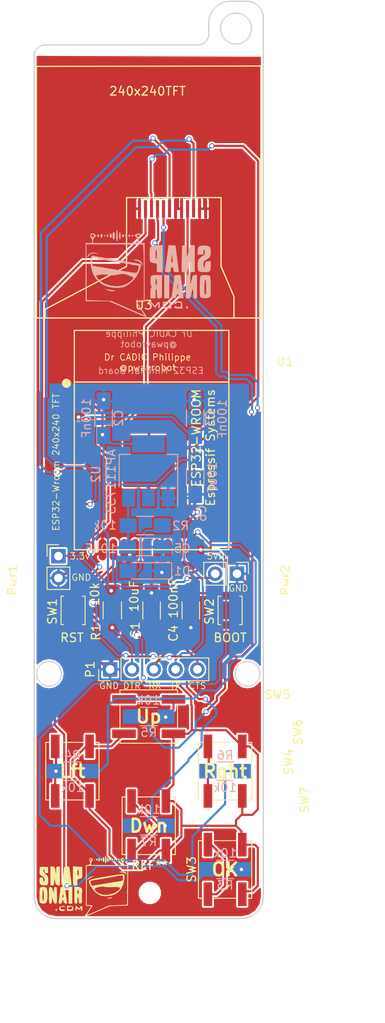
<source format=kicad_pcb>
(kicad_pcb (version 4) (host pcbnew 4.0.4-stable)
  (layers (0 F.Cu signal) (31 B.Cu signal) (34 B.Paste user) (35 F.Paste user) (36 B.SilkS user) (37 F.SilkS user) (38 B.Mask user) (39 F.Mask user) (44 Edge.Cuts user))
  (net 0 "")
  (net 1 +3V3)
  (net 2 GND)
  (net 3 "Net-(C3-Pad1)")
  (net 4 "Net-(C4-Pad1)")
  (net 5 +5V)
  (net 6 "Net-(D1-Pad2)")
  (net 7 /MOSI)
  (net 8 /CLK)
  (net 9 /SPI_SS)
  (net 10 /LEDA)
  (net 11 /RESETDISP)
  (net 12 /DCDISP)
  (net 13 /Touch2)
  (net 14 /Touch3)
  (net 15 /Touch1)
  (net 16 /Touch4)
  (net 17 /Touch5)
  (net 18 /TX)
  (net 19 /RX)
  (net 20 "Net-(R3-Pad2)")
  (net 21 "Net-(R4-Pad2)")
  (net 22 "Net-(R5-Pad2)")
  (net 23 "Net-(R6-Pad2)")
  (net 24 "Net-(R7-Pad2)")
  (module Capacitors_SMD:C_1206_HandSoldering (layer F.Cu) (at 103.8352 111.4806 90)
    (fp_text reference C1 (at -2.286 -1.905 90) (layer F.SilkS))
    (fp_text value 10uF (at 1.651 -2.032 90) (layer F.SilkS))
    (pad 1 smd rect (at -2 0 90) (size 2 1.6) (layers F.Cu F.Paste F.Mask) (net 1 +3V3))
    (pad 2 smd rect (at 2 0 90) (size 2 1.6) (layers F.Cu F.Paste F.Mask) (net 2 GND))
  )
  (module Capacitors_SMD:C_1206_HandSoldering (layer B.Cu) (at 98.2472 89.1286 90)
    (fp_text reference C2 (at 0 1.75 90) (layer B.SilkS) (effects (justify mirror)))
    (fp_text value 100nF (at 0 -2 90) (layer B.SilkS) (effects (justify mirror)))
    (pad 1 smd rect (at -2 0 90) (size 2 1.6) (layers B.Cu B.Paste B.Mask) (net 1 +3V3))
    (pad 2 smd rect (at 2 0 90) (size 2 1.6) (layers B.Cu B.Paste B.Mask) (net 2 GND))
  )
  (module Capacitors_SMD:C_1206_HandSoldering (layer B.Cu) (at 108.9152 89.1286 90)
    (fp_text reference C3 (at 0 1.75 90) (layer B.SilkS) (effects (justify mirror)))
    (fp_text value 100nF (at -0.127 3.1496 90) (layer B.SilkS) (effects (justify mirror)))
    (pad 1 smd rect (at -2 0 90) (size 2 1.6) (layers B.Cu B.Paste B.Mask) (net 3 "Net-(C3-Pad1)"))
    (pad 2 smd rect (at 2 0 90) (size 2 1.6) (layers B.Cu B.Paste B.Mask) (net 2 GND))
  )
  (module Capacitors_SMD:C_1206_HandSoldering (layer F.Cu) (at 108.4072 111.4806 270)
    (fp_text reference C4 (at 2.667 2.032 270) (layer F.SilkS))
    (fp_text value 100nF (at -1.397 2.032 270) (layer F.SilkS))
    (pad 1 smd rect (at -2 0 270) (size 2 1.6) (layers F.Cu F.Paste F.Mask) (net 4 "Net-(C4-Pad1)"))
    (pad 2 smd rect (at 2 0 270) (size 2 1.6) (layers F.Cu F.Paste F.Mask) (net 2 GND))
  )
  (module Socket_Strips:Socket_Strip_Straight_1x05_Pitch2.54mm (layer F.Cu) (at 99.0092 118.3386 90)
    (fp_text reference P1 (at 0 -2.33 90) (layer F.SilkS))
    (fp_text value ProgHeader)
    (pad 1 thru_hole rect (at 0 0 90) (size 1.7 1.7) (drill 1) (layers *.Cu *.Mask) (net 2 GND))
    (pad 2 thru_hole oval (at 0 2.54 90) (size 1.7 1.7) (drill 1) (layers *.Cu *.Mask) (net 3 "Net-(C3-Pad1)"))
    (pad 3 thru_hole oval (at 0 5.08 90) (size 1.7 1.7) (drill 1) (layers *.Cu *.Mask) (net 18 /TX))
    (pad 4 thru_hole oval (at 0 7.62 90) (size 1.7 1.7) (drill 1) (layers *.Cu *.Mask) (net 19 /RX))
    (pad 5 thru_hole oval (at 0 10.16 90) (size 1.7 1.7) (drill 1) (layers *.Cu *.Mask) (net 4 "Net-(C4-Pad1)"))
  )
  (module Resistors_SMD:R_1206_HandSoldering (layer F.Cu) (at 99.2632 111.4806 270)
    (fp_text reference R1 (at 2.54 1.905 270) (layer F.SilkS))
    (fp_text value 10k (at -1.905 2.032 270) (layer F.SilkS))
    (pad 1 smd rect (at -2 0 270) (size 2 1.7) (layers F.Cu F.Paste F.Mask) (net 1 +3V3))
    (pad 2 smd rect (at 2 0 270) (size 2 1.7) (layers F.Cu F.Paste F.Mask) (net 3 "Net-(C3-Pad1)"))
  )
  (module Buttons_Switches_SMD:SW_SPST_B3U-1000P (layer F.Cu) (at 94.6912 111.4806 90)
    (fp_text reference SW1 (at -0.127 -2.413 90) (layer F.SilkS))
    (fp_text value RST (at -3.175 -0.127 180) (layer F.SilkS))
    (pad 1 smd rect (at -1.7 0 90) (size 0.9 1.7) (layers F.Cu F.Paste F.Mask) (net 2 GND))
    (pad 2 smd rect (at 1.7 0 90) (size 0.9 1.7) (layers F.Cu F.Paste F.Mask) (net 3 "Net-(C3-Pad1)"))
  )
  (module Buttons_Switches_SMD:SW_SPST_B3U-1000P (layer F.Cu) (at 112.9792 111.4806 90)
    (fp_text reference SW2 (at -0.127 -2.413 90) (layer F.SilkS))
    (fp_text value BOOT (at -3.175 0 180) (layer F.SilkS))
    (pad 1 smd rect (at -1.7 0 90) (size 0.9 1.7) (layers F.Cu F.Paste F.Mask) (net 2 GND))
    (pad 2 smd rect (at 1.7 0 90) (size 0.9 1.7) (layers F.Cu F.Paste F.Mask) (net 4 "Net-(C4-Pad1)"))
  )
  (module ESP32-footprints-Lib:ESP32-WROOM (layer F.Cu) (at 103.8352 91.6686 180)
    (fp_text reference U1 (at -15.5448 9.1186 180) (layer F.SilkS))
    (fp_text value ESP32-WROOM)
    (fp_text user "Espressif Systems" (at -6.858 -0.889 270) (layer F.SilkS))
    (fp_text user ESP32-WROOM (at -5.207 0.254 270) (layer F.SilkS))
    (pad 38 smd oval (at -9 5.25 180) (size 2.5 0.9) (layers F.Cu F.Paste F.Mask) (net 2 GND))
    (pad 37 smd oval (at -9 3.98 180) (size 2.5 0.9) (layers F.Cu F.Paste F.Mask) (net 7 /MOSI))
    (pad 36 smd oval (at -9 2.71 180) (size 2.5 0.9) (layers F.Cu F.Paste F.Mask))
    (pad 35 smd oval (at -9 1.44 180) (size 2.5 0.9) (layers F.Cu F.Paste F.Mask) (net 18 /TX))
    (pad 34 smd oval (at -9 0.17 180) (size 2.5 0.9) (layers F.Cu F.Paste F.Mask) (net 19 /RX))
    (pad 33 smd oval (at -9 -1.1 180) (size 2.5 0.9) (layers F.Cu F.Paste F.Mask))
    (pad 32 smd oval (at -9 -2.37 180) (size 2.5 0.9) (layers F.Cu F.Paste F.Mask))
    (pad 31 smd oval (at -9 -3.64 180) (size 2.5 0.9) (layers F.Cu F.Paste F.Mask))
    (pad 30 smd oval (at -9 -4.91 180) (size 2.5 0.9) (layers F.Cu F.Paste F.Mask) (net 8 /CLK))
    (pad 29 smd oval (at -9 -6.18 180) (size 2.5 0.9) (layers F.Cu F.Paste F.Mask) (net 9 /SPI_SS))
    (pad 28 smd oval (at -9 -7.45 180) (size 2.5 0.9) (layers F.Cu F.Paste F.Mask))
    (pad 27 smd oval (at -9 -8.72 180) (size 2.5 0.9) (layers F.Cu F.Paste F.Mask))
    (pad 26 smd oval (at -9 -9.99 180) (size 2.5 0.9) (layers F.Cu F.Paste F.Mask) (net 13 /Touch2))
    (pad 25 smd oval (at -9 -11.26 180) (size 2.5 0.9) (layers F.Cu F.Paste F.Mask) (net 4 "Net-(C4-Pad1)"))
    (pad 24 smd oval (at -5.715 -12.75 180) (size 0.9 2.5) (layers F.Cu F.Paste F.Mask) (net 14 /Touch3))
    (pad 23 smd oval (at -4.445 -12.75 180) (size 0.9 2.5) (layers F.Cu F.Paste F.Mask) (net 15 /Touch1))
    (pad 22 smd oval (at -3.175 -12.75 180) (size 0.9 2.5) (layers F.Cu F.Paste F.Mask))
    (pad 21 smd oval (at -1.905 -12.75 180) (size 0.9 2.5) (layers F.Cu F.Paste F.Mask))
    (pad 20 smd oval (at -0.635 -12.75 180) (size 0.9 2.5) (layers F.Cu F.Paste F.Mask))
    (pad 19 smd oval (at 0.635 -12.75 180) (size 0.9 2.5) (layers F.Cu F.Paste F.Mask))
    (pad 18 smd oval (at 1.905 -12.75 180) (size 0.9 2.5) (layers F.Cu F.Paste F.Mask))
    (pad 17 smd oval (at 3.175 -12.75 180) (size 0.9 2.5) (layers F.Cu F.Paste F.Mask))
    (pad 16 smd oval (at 4.445 -12.75 180) (size 0.9 2.5) (layers F.Cu F.Paste F.Mask) (net 16 /Touch4))
    (pad 15 smd oval (at 5.715 -12.75 180) (size 0.9 2.5) (layers F.Cu F.Paste F.Mask) (net 2 GND))
    (pad 14 smd oval (at 9 -11.26 180) (size 2.5 0.9) (layers F.Cu F.Paste F.Mask) (net 17 /Touch5))
    (pad 13 smd oval (at 9 -9.99 180) (size 2.5 0.9) (layers F.Cu F.Paste F.Mask) (net 11 /RESETDISP))
    (pad 12 smd oval (at 9 -8.72 180) (size 2.5 0.9) (layers F.Cu F.Paste F.Mask))
    (pad 11 smd oval (at 9 -7.45 180) (size 2.5 0.9) (layers F.Cu F.Paste F.Mask) (net 10 /LEDA))
    (pad 10 smd oval (at 9 -6.18 180) (size 2.5 0.9) (layers F.Cu F.Paste F.Mask))
    (pad 9 smd oval (at 9 -4.91 180) (size 2.5 0.9) (layers F.Cu F.Paste F.Mask))
    (pad 8 smd oval (at 9 -3.64 180) (size 2.5 0.9) (layers F.Cu F.Paste F.Mask) (net 12 /DCDISP))
    (pad 7 smd oval (at 9 -2.37 180) (size 2.5 0.9) (layers F.Cu F.Paste F.Mask))
    (pad 6 smd oval (at 9 -1.1 180) (size 2.5 0.9) (layers F.Cu F.Paste F.Mask))
    (pad 5 smd oval (at 9 0.17 180) (size 2.5 0.9) (layers F.Cu F.Paste F.Mask))
    (pad 4 smd oval (at 9 1.44 180) (size 2.5 0.9) (layers F.Cu F.Paste F.Mask))
    (pad 3 smd oval (at 9 2.71 180) (size 2.5 0.9) (layers F.Cu F.Paste F.Mask) (net 3 "Net-(C3-Pad1)"))
    (pad 2 smd oval (at 9 3.98 180) (size 2.5 0.9) (layers F.Cu F.Paste F.Mask) (net 1 +3V3))
    (pad 1 smd oval (at 9 5.25 180) (size 2.5 0.9) (layers F.Cu F.Paste F.Mask) (net 2 GND))
    (pad 39 smd rect (at 0.3 -2.45 180) (size 6 6) (layers F.Cu F.Paste F.Mask) (net 2 GND))
  )
  (module Capacitors_SMD:C_1206_HandSoldering (layer B.Cu) (at 103.0351 104.1019)
    (fp_text reference C5 (at 4.3688 0.1651) (layer B.SilkS) (effects (justify mirror)))
    (fp_text value 10uF (at -5.0927 0.1905) (layer B.SilkS) (effects (justify mirror)))
    (pad 1 smd rect (at -2 0) (size 2 1.6) (layers B.Cu B.Paste B.Mask) (net 5 +5V))
    (pad 2 smd rect (at 2 0) (size 2 1.6) (layers B.Cu B.Paste B.Mask) (net 2 GND))
  )
  (module Capacitors_SMD:C_1206_HandSoldering (layer B.Cu) (at 108.9152 95.9866 270)
    (fp_text reference C6 (at 4.2164 -0.7874 270) (layer B.SilkS) (effects (justify mirror)))
    (fp_text value 10uF (at 0 -2 270) (layer B.SilkS) (effects (justify mirror)))
    (pad 1 smd rect (at -2 0 270) (size 2 1.6) (layers B.Cu B.Paste B.Mask) (net 1 +3V3))
    (pad 2 smd rect (at 2 0 270) (size 2 1.6) (layers B.Cu B.Paste B.Mask) (net 2 GND))
  )
  (module LEDs:LED_1206_HandSoldering (layer B.Cu) (at 103.0859 106.8832 180)
    (fp_text reference D1 (at -4.3053 -0.0254 180) (layer B.SilkS) (effects (justify mirror)))
    (fp_text value PowerOn)
    (pad 1 smd rect (at -2 0 180) (size 2 1.7) (layers B.Cu B.Paste B.Mask) (net 2 GND))
    (pad 2 smd rect (at 2 0 180) (size 2 1.7) (layers B.Cu B.Paste B.Mask) (net 6 "Net-(D1-Pad2)"))
  )
  (module Socket_Strips:Socket_Strip_Straight_1x02_Pitch2.54mm (layer F.Cu) (at 92.9894 105.1687)
    (fp_text reference Pwr1 (at -5.3594 2.7813 90) (layer F.SilkS))
    (fp_text value Pwr)
    (pad 1 thru_hole rect (at 0 0) (size 1.7 1.7) (drill 1) (layers *.Cu *.Mask) (net 1 +3V3))
    (pad 2 thru_hole oval (at 0 2.54) (size 1.7 1.7) (drill 1) (layers *.Cu *.Mask) (net 2 GND))
  )
  (module Resistors_SMD:R_1206_HandSoldering (layer B.Cu) (at 103.0986 101.6127)
    (fp_text reference R2 (at 4.1148 0.0254) (layer B.SilkS) (effects (justify mirror)))
    (fp_text value 10k (at -4.6863 -0.0508) (layer B.SilkS) (effects (justify mirror)))
    (pad 1 smd rect (at -2 0) (size 2 1.7) (layers B.Cu B.Paste B.Mask) (net 5 +5V))
    (pad 2 smd rect (at 2 0) (size 2 1.7) (layers B.Cu B.Paste B.Mask) (net 6 "Net-(D1-Pad2)"))
  )
  (module TO_SOT_Packages_SMD:SOT-223 (layer B.Cu) (at 103.4669 95.25 90)
    (fp_text reference U2 (at -0.3937 -6.1214 90) (layer B.SilkS) (effects (justify mirror)))
    (fp_text value AP111733 (at -1.27 -4.3434 90) (layer B.SilkS) (effects (justify mirror)))
    (pad 4 smd rect (at 3.15 0 90) (size 2 3.8) (layers B.Cu B.Paste B.Mask) (net 1 +3V3))
    (pad 2 smd rect (at -3.15 0 90) (size 2 1.5) (layers B.Cu B.Paste B.Mask) (net 1 +3V3))
    (pad 3 smd rect (at -3.15 -2.3 90) (size 2 1.5) (layers B.Cu B.Paste B.Mask) (net 5 +5V))
    (pad 1 smd rect (at -3.15 2.3 90) (size 2 1.5) (layers B.Cu B.Paste B.Mask) (net 2 GND))
  )
  (module Socket_Strips:Socket_Strip_Straight_1x02_Pitch2.54mm (layer F.Cu) (at 113.7793 107.2134 270)
    (fp_text reference Pwr2 (at 0.7366 -5.6007 270) (layer F.SilkS))
    (fp_text value 5Vin)
    (pad 1 thru_hole rect (at 0 0 270) (size 1.7 1.7) (drill 1) (layers *.Cu *.Mask) (net 2 GND))
    (pad 2 thru_hole oval (at 0 2.54 270) (size 1.7 1.7) (drill 1) (layers *.Cu *.Mask) (net 5 +5V))
  )
  (module 18650:240240TFT (layer F.Cu) (at 90.424 77.47)
    (fp_text reference U3 (at 12.5 -1.5) (layer F.SilkS))
    (fp_text value 240x240TFT (at 12.94 -26.38) (layer F.SilkS))
    (pad 1 smd rect (at 19.7 -12.7) (size 0.35 2) (layers F.Cu F.Paste F.Mask) (net 2 GND))
    (pad 2 smd rect (at 19 -12.7) (size 0.35 2) (layers F.Cu F.Paste F.Mask) (net 2 GND))
    (pad 3 smd rect (at 18.3 -12.7) (size 0.35 2) (layers F.Cu F.Paste F.Mask) (net 10 /LEDA))
    (pad 4 smd rect (at 17.6 -12.7) (size 0.35 2) (layers F.Cu F.Paste F.Mask) (net 1 +3V3))
    (pad 5 smd rect (at 16.9 -12.7) (size 0.35 2) (layers F.Cu F.Paste F.Mask) (net 2 GND))
    (pad 6 smd rect (at 16.2 -12.7) (size 0.35 2) (layers F.Cu F.Paste F.Mask) (net 2 GND))
    (pad 7 smd rect (at 15.5 -12.7) (size 0.35 2) (layers F.Cu F.Paste F.Mask) (net 12 /DCDISP))
    (pad 8 smd rect (at 14.8 -12.7) (size 0.35 2) (layers F.Cu F.Paste F.Mask) (net 9 /SPI_SS))
    (pad 9 smd rect (at 14.1 -12.7) (size 0.35 2) (layers F.Cu F.Paste F.Mask) (net 8 /CLK))
    (pad 10 smd rect (at 13.4 -12.7) (size 0.35 2) (layers F.Cu F.Paste F.Mask) (net 7 /MOSI))
    (pad 11 smd rect (at 12.7 -12.7) (size 0.35 2) (layers F.Cu F.Paste F.Mask) (net 11 /RESETDISP))
    (pad 12 smd rect (at 12 -12.7) (size 0.35 2) (layers F.Cu F.Paste F.Mask) (net 2 GND))
  )
  (module Resistors_SMD:R_1206_HandSoldering (layer B.Cu) (at 112.395 141.605)
    (fp_text reference R3 (at 0 1.85) (layer B.SilkS) (effects (justify mirror)))
    (fp_text value 10k (at 0 -1.9) (layer B.SilkS) (effects (justify mirror)))
    (pad 1 smd rect (at -2 0) (size 2 1.7) (layers B.Cu B.Paste B.Mask) (net 17 /Touch5))
    (pad 2 smd rect (at 2 0) (size 2 1.7) (layers B.Cu B.Paste B.Mask) (net 20 "Net-(R3-Pad2)"))
  )
  (module Resistors_SMD:R_1206_HandSoldering (layer B.Cu) (at 94.615 130.175 180)
    (fp_text reference R4 (at 0 1.85 180) (layer B.SilkS) (effects (justify mirror)))
    (fp_text value 10k (at 0 -1.9 180) (layer B.SilkS) (effects (justify mirror)))
    (pad 1 smd rect (at -2 0 180) (size 2 1.7) (layers B.Cu B.Paste B.Mask) (net 15 /Touch1))
    (pad 2 smd rect (at 2 0 180) (size 2 1.7) (layers B.Cu B.Paste B.Mask) (net 21 "Net-(R4-Pad2)"))
  )
  (module Resistors_SMD:R_1206_HandSoldering (layer B.Cu) (at 103.505 123.825)
    (fp_text reference R5 (at 0 1.85) (layer B.SilkS) (effects (justify mirror)))
    (fp_text value 10k (at 0 -1.9) (layer B.SilkS) (effects (justify mirror)))
    (pad 1 smd rect (at -2 0) (size 2 1.7) (layers B.Cu B.Paste B.Mask) (net 13 /Touch2))
    (pad 2 smd rect (at 2 0) (size 2 1.7) (layers B.Cu B.Paste B.Mask) (net 22 "Net-(R5-Pad2)"))
  )
  (module Resistors_SMD:R_1206_HandSoldering (layer B.Cu) (at 112.395 130.175 180)
    (fp_text reference R6 (at 0 1.85 180) (layer B.SilkS) (effects (justify mirror)))
    (fp_text value 10k (at 0 -1.9 180) (layer B.SilkS) (effects (justify mirror)))
    (pad 1 smd rect (at -2 0 180) (size 2 1.7) (layers B.Cu B.Paste B.Mask) (net 14 /Touch3))
    (pad 2 smd rect (at 2 0 180) (size 2 1.7) (layers B.Cu B.Paste B.Mask) (net 23 "Net-(R6-Pad2)"))
  )
  (module Resistors_SMD:R_1206_HandSoldering (layer B.Cu) (at 103.505 136.525)
    (fp_text reference R7 (at 0 1.85) (layer B.SilkS) (effects (justify mirror)))
    (fp_text value 10k (at 0 -1.9) (layer B.SilkS) (effects (justify mirror)))
    (pad 1 smd rect (at -2 0) (size 2 1.7) (layers B.Cu B.Paste B.Mask) (net 16 /Touch4))
    (pad 2 smd rect (at 2 0) (size 2 1.7) (layers B.Cu B.Paste B.Mask) (net 24 "Net-(R7-Pad2)"))
  )
  (module Buttons_Switches_SMD:SW_SPST_EVQP0 (layer F.Cu) (at 112.395 141.605 90)
    (fp_text reference SW3 (at 0 -3.9 90) (layer F.SilkS))
    (fp_text value OK)
    (pad 1 smd rect (at 2.88 -2 90) (size 2.75 1) (layers F.Cu F.Paste F.Mask) (net 20 "Net-(R3-Pad2)"))
    (pad 1 smd rect (at -2.88 -2 90) (size 2.75 1) (layers F.Cu F.Paste F.Mask) (net 20 "Net-(R3-Pad2)"))
    (pad 2 smd rect (at -2.88 2 90) (size 2.75 1) (layers F.Cu F.Paste F.Mask) (net 1 +3V3))
    (pad 2 smd rect (at 2.88 2 90) (size 2.75 1) (layers F.Cu F.Paste F.Mask) (net 1 +3V3))
  )
  (module Buttons_Switches_SMD:SW_SPST_EVQP0 (layer F.Cu) (at 94.615 130.175 90)
    (fp_text reference SW4 (at 1.0795 25.2095 90) (layer F.SilkS))
    (fp_text value L)
    (pad 1 smd rect (at 2.88 -2 90) (size 2.75 1) (layers F.Cu F.Paste F.Mask) (net 21 "Net-(R4-Pad2)"))
    (pad 1 smd rect (at -2.88 -2 90) (size 2.75 1) (layers F.Cu F.Paste F.Mask) (net 21 "Net-(R4-Pad2)"))
    (pad 2 smd rect (at -2.88 2 90) (size 2.75 1) (layers F.Cu F.Paste F.Mask) (net 1 +3V3))
    (pad 2 smd rect (at 2.88 2 90) (size 2.75 1) (layers F.Cu F.Paste F.Mask) (net 1 +3V3))
  )
  (module Buttons_Switches_SMD:SW_SPST_EVQP0 (layer F.Cu) (at 103.505 123.825)
    (fp_text reference SW5 (at 14.986 -2.54) (layer F.SilkS))
    (fp_text value U)
    (pad 1 smd rect (at 2.88 -2) (size 2.75 1) (layers F.Cu F.Paste F.Mask) (net 22 "Net-(R5-Pad2)"))
    (pad 1 smd rect (at -2.88 -2) (size 2.75 1) (layers F.Cu F.Paste F.Mask) (net 22 "Net-(R5-Pad2)"))
    (pad 2 smd rect (at -2.88 2) (size 2.75 1) (layers F.Cu F.Paste F.Mask) (net 1 +3V3))
    (pad 2 smd rect (at 2.88 2) (size 2.75 1) (layers F.Cu F.Paste F.Mask) (net 1 +3V3))
  )
  (module Buttons_Switches_SMD:SW_SPST_EVQP0 (layer F.Cu) (at 112.395 130.175 90)
    (fp_text reference SW6 (at 4.572 8.509 90) (layer F.SilkS))
    (fp_text value R)
    (pad 1 smd rect (at 2.88 -2 90) (size 2.75 1) (layers F.Cu F.Paste F.Mask) (net 23 "Net-(R6-Pad2)"))
    (pad 1 smd rect (at -2.88 -2 90) (size 2.75 1) (layers F.Cu F.Paste F.Mask) (net 23 "Net-(R6-Pad2)"))
    (pad 2 smd rect (at -2.88 2 90) (size 2.75 1) (layers F.Cu F.Paste F.Mask) (net 1 +3V3))
    (pad 2 smd rect (at 2.88 2 90) (size 2.75 1) (layers F.Cu F.Paste F.Mask) (net 1 +3V3))
  )
  (module Buttons_Switches_SMD:SW_SPST_EVQP0 (layer F.Cu) (at 103.505 136.525 90)
    (fp_text reference SW7 (at 2.9845 18.161 90) (layer F.SilkS))
    (fp_text value D)
    (pad 1 smd rect (at 2.88 -2 90) (size 2.75 1) (layers F.Cu F.Paste F.Mask) (net 24 "Net-(R7-Pad2)"))
    (pad 1 smd rect (at -2.88 -2 90) (size 2.75 1) (layers F.Cu F.Paste F.Mask) (net 24 "Net-(R7-Pad2)"))
    (pad 2 smd rect (at -2.88 2 90) (size 2.75 1) (layers F.Cu F.Paste F.Mask) (net 1 +3V3))
    (pad 2 smd rect (at 2.88 2 90) (size 2.75 1) (layers F.Cu F.Paste F.Mask) (net 1 +3V3))
  )
  (module Mounting_Holes:MountingHole_2.2mm_M2 (layer F.Cu) (at 103.632 144.3355)
    (fp_text reference REF** (at 0 -3.2) (layer F.SilkS))
    (fp_text value MountingHole_2.2mm_M2)
    (pad 1 np_thru_hole circle (at 0 0) (size 2.2 2.2) (drill 2.2) (layers *.Cu *.Mask))
  )
  (module 18650:SOALOGO (layer F.Cu) (at 95.9485 143.637)
    (fp_text reference G*** hide)
    (fp_text value LOGO hide)
  )
  (module 18650:SOALogo2 (layer B.Cu) (at 103.4415 72.39 180)
    (fp_text reference G*** hide)
    (fp_text value LOGO hide)
  )
  (gr_text Dwn (at 103.505 136.525) (layer F.SilkS) (effects (font (size 1.5 1.5) (thickness 0.3))))
  (gr_text Rght (at 112.395 130.175) (layer F.SilkS) (effects (font (size 1.5 1.5) (thickness 0.3))))
  (gr_text Lft (at 94.615 130.175) (layer F.SilkS) (effects (font (size 1.5 1.5) (thickness 0.3))))
  (gr_text Up (at 103.505 123.825) (layer F.SilkS) (effects (font (size 1.5 1.5) (thickness 0.3))))
  (gr_circle (center 115.0112 118.8466) (end 116.0272 117.8306) (layer Edge.Cuts) (width 0.15))
  (gr_text OK (at 112.395 141.605) (layer F.SilkS) (effects (font (size 1.5 1.5) (thickness 0.3))))
  (gr_arc (start 92.71 144.78) (end 92.71 147.32) (angle 90) (layer Edge.Cuts) (width 0.15))
  (gr_arc (start 114.3 144.78) (end 116.84 144.78) (angle 90) (layer Edge.Cuts) (width 0.15))
  (gr_line (start 116.84 144.78) (end 116.84 119.38) (angle 90) (layer Edge.Cuts) (width 0.15))
  (gr_line (start 92.71 147.32) (end 114.3 147.32) (angle 90) (layer Edge.Cuts) (width 0.15))
  (gr_line (start 90.17 143.51) (end 90.17 144.78) (angle 90) (layer Edge.Cuts) (width 0.15))
  (gr_line (start 90.17 119.38) (end 90.17 143.51) (angle 90) (layer Edge.Cuts) (width 0.15))
  (gr_line (start 110.49 43.18) (end 110.49 44.45) (angle 90) (layer Edge.Cuts) (width 0.15))
  (gr_line (start 113.03 40.64) (end 114.935 40.64) (angle 90) (layer Edge.Cuts) (width 0.15))
  (gr_line (start 116.84 46.99) (end 116.84 42.545) (angle 90) (layer Edge.Cuts) (width 0.15))
  (gr_arc (start 114.935 42.545) (end 114.935 40.64) (angle 90) (layer Edge.Cuts) (width 0.15))
  (gr_arc (start 113.03 43.18) (end 110.49 43.18) (angle 90) (layer Edge.Cuts) (width 0.15))
  (gr_circle (center 113.665 43.815) (end 114.935 42.545) (layer Edge.Cuts) (width 0.15))
  (gr_line (start 91.44 45.72) (end 109.22 45.72) (angle 90) (layer Edge.Cuts) (width 0.15))
  (gr_arc (start 109.22 44.45) (end 110.49 44.45) (angle 90) (layer Edge.Cuts) (width 0.15))
  (gr_line (start 90.17 46.99) (end 90.17 48.26) (angle 90) (layer Edge.Cuts) (width 0.15))
  (gr_line (start 116.84 46.99) (end 116.84 48.26) (angle 90) (layer Edge.Cuts) (width 0.15))
  (gr_arc (start 91.44 46.99) (end 90.17 46.99) (angle 90) (layer Edge.Cuts) (width 0.15))
  (gr_line (start 90.17 48.26) (end 90.17 119.38) (angle 90) (layer Edge.Cuts) (width 0.15))
  (gr_line (start 116.84 48.26) (end 116.84 119.38) (angle 90) (layer Edge.Cuts) (width 0.15))
  (gr_text "ESP32 Minimal Board" (at 103.759 83.5914) (layer B.SilkS) (effects (font (size 0.75 0.75) (thickness 0.1)) (justify mirror)))
  (gr_text "Dr CADIC Philippe\n@pwavrobot" (at 103.5304 79.8957) (layer B.SilkS) (effects (font (size 0.75 0.75) (thickness 0.1)) (justify mirror)))
  (gr_text "Dr CADIC Philippe\n@pwavrobot" (at 103.3653 82.6389) (layer F.SilkS) (effects (font (size 0.75 0.75) (thickness 0.1))))
  (gr_text GND (at 113.9444 108.9025) (layer F.SilkS) (effects (font (size 0.75 0.75) (thickness 0.1))))
  (gr_text 5Vin (at 111.4552 105.1687) (layer F.SilkS) (effects (font (size 0.75 0.75) (thickness 0.1))))
  (gr_text 3.3v (at 95.4786 105.1687) (layer F.SilkS) (effects (font (size 0.75 0.75) (thickness 0.1))))
  (gr_text GND (at 95.6564 107.6452) (layer F.SilkS) (effects (font (size 0.75 0.75) (thickness 0.1))))
  (gr_circle (center 91.8972 118.8466) (end 92.9132 117.8306) (layer Edge.Cuts) (width 0.15))
  (gr_text "ESP32-Wroom 240x240 TFT" (at 92.71 94.234 90) (layer F.SilkS) (effects (font (size 0.75 0.75) (thickness 0.1))))
  (gr_text CTS (at 109.1692 120.2436) (layer F.SilkS) (effects (font (size 0.75 0.75) (thickness 0.1))))
  (gr_text TX (at 106.6292 120.2436) (layer F.SilkS) (effects (font (size 0.75 0.75) (thickness 0.1))))
  (gr_text RX (at 104.2162 120.2436) (layer F.SilkS) (effects (font (size 0.75 0.75) (thickness 0.1))))
  (gr_text DTR (at 101.5492 120.2436) (layer F.SilkS) (effects (font (size 0.75 0.75) (thickness 0.1))))
  (gr_text GND (at 98.8822 120.2436) (layer F.SilkS) (effects (font (size 0.75 0.75) (thickness 0.1))))
  (segment (start 105.505 139.405) (end 104.7525 139.405) (width 0.25) (layer F.Cu) (net 1))
  (segment (start 96.615 134.588) (end 96.615 133.055) (width 0.25) (layer F.Cu) (net 1))
  (segment (start 98.933 136.906) (end 96.615 134.588) (width 0.25) (layer F.Cu) (net 1))
  (segment (start 98.933 139.8905) (end 98.933 136.906) (width 0.25) (layer F.Cu) (net 1))
  (segment (start 100.5205 141.478) (end 98.933 139.8905) (width 0.25) (layer F.Cu) (net 1))
  (segment (start 102.6795 141.478) (end 100.5205 141.478) (width 0.25) (layer F.Cu) (net 1))
  (segment (start 104.7525 139.405) (end 102.6795 141.478) (width 0.25) (layer F.Cu) (net 1))
  (segment (start 108.5215 125.4125) (end 108.5215 122.555) (width 0.25) (layer F.Cu) (net 1))
  (segment (start 102.0572 114.2492) (end 102.0572 111.7026) (width 0.25) (layer F.Cu) (net 1))
  (segment (start 102.108 114.3) (end 102.0572 114.2492) (width 0.25) (layer F.Cu) (net 1))
  (via (at 102.108 114.3) (size 0.6) (drill 0.4) (layers F.Cu B.Cu) (net 1))
  (segment (start 102.743 114.935) (end 102.108 114.3) (width 0.25) (layer B.Cu) (net 1))
  (segment (start 102.743 119.1895) (end 102.743 114.935) (width 0.25) (layer B.Cu) (net 1))
  (segment (start 102.87 119.3165) (end 102.743 119.1895) (width 0.25) (layer B.Cu) (net 1))
  (via (at 102.87 119.3165) (size 0.6) (drill 0.4) (layers F.Cu B.Cu) (net 1))
  (segment (start 102.87 119.761) (end 102.87 119.3165) (width 0.25) (layer F.Cu) (net 1))
  (segment (start 103.124 120.015) (end 102.87 119.761) (width 0.25) (layer F.Cu) (net 1))
  (segment (start 106.932602 120.015) (end 103.124 120.015) (width 0.25) (layer F.Cu) (net 1))
  (segment (start 108.458 121.540398) (end 106.932602 120.015) (width 0.25) (layer F.Cu) (net 1))
  (segment (start 108.458 122.4915) (end 108.458 121.540398) (width 0.25) (layer F.Cu) (net 1))
  (segment (start 108.5215 122.555) (end 108.458 122.4915) (width 0.25) (layer F.Cu) (net 1))
  (segment (start 106.385 125.825) (end 108.109 125.825) (width 0.25) (layer F.Cu) (net 1))
  (segment (start 112.5125 125.4125) (end 114.395 127.295) (width 0.25) (layer F.Cu) (net 1))
  (segment (start 108.5215 125.4125) (end 112.5125 125.4125) (width 0.25) (layer F.Cu) (net 1))
  (segment (start 108.109 125.825) (end 108.5215 125.4125) (width 0.25) (layer F.Cu) (net 1))
  (segment (start 114.3 135.255) (end 115.57 135.255) (width 0.25) (layer F.Cu) (net 1))
  (segment (start 115.57 135.255) (end 116.205 134.62) (width 0.25) (layer F.Cu) (net 1))
  (segment (start 116.205 134.62) (end 116.205 128.27) (width 0.25) (layer F.Cu) (net 1))
  (segment (start 116.205 128.27) (end 115.23 127.295) (width 0.25) (layer F.Cu) (net 1))
  (segment (start 115.23 127.295) (end 114.395 127.295) (width 0.25) (layer F.Cu) (net 1))
  (segment (start 106.385 125.825) (end 106.385 131.74) (width 0.25) (layer F.Cu) (net 1))
  (segment (start 106.385 131.74) (end 105.505 132.62) (width 0.25) (layer F.Cu) (net 1))
  (segment (start 105.505 132.62) (end 105.505 133.645) (width 0.25) (layer F.Cu) (net 1))
  (segment (start 114.395 138.725) (end 115.865 138.725) (width 0.25) (layer F.Cu) (net 1))
  (segment (start 115.57 144.145) (end 114.735 144.145) (width 0.25) (layer F.Cu) (net 1))
  (segment (start 116.205 143.51) (end 115.57 144.145) (width 0.25) (layer F.Cu) (net 1))
  (segment (start 116.205 139.065) (end 116.205 143.51) (width 0.25) (layer F.Cu) (net 1))
  (segment (start 115.865 138.725) (end 116.205 139.065) (width 0.25) (layer F.Cu) (net 1))
  (segment (start 114.735 144.145) (end 114.395 144.485) (width 0.25) (layer F.Cu) (net 1))
  (segment (start 113.665 136.525) (end 113.665 135.89) (width 0.25) (layer F.Cu) (net 1))
  (segment (start 114.395 135.16) (end 114.395 133.055) (width 0.25) (layer F.Cu) (net 1))
  (segment (start 113.665 135.89) (end 114.3 135.255) (width 0.25) (layer F.Cu) (net 1))
  (segment (start 114.3 135.255) (end 114.395 135.16) (width 0.25) (layer F.Cu) (net 1))
  (segment (start 107.315 136.525) (end 113.665 136.525) (width 0.25) (layer F.Cu) (net 1))
  (segment (start 114.3 137.16) (end 114.3 138.63) (width 0.25) (layer F.Cu) (net 1))
  (segment (start 113.665 136.525) (end 114.3 137.16) (width 0.25) (layer F.Cu) (net 1))
  (segment (start 114.3 138.63) (end 114.395 138.725) (width 0.25) (layer F.Cu) (net 1))
  (segment (start 105.505 139.405) (end 105.705 139.405) (width 0.25) (layer F.Cu) (net 1))
  (segment (start 105.705 139.405) (end 107.315 137.795) (width 0.25) (layer F.Cu) (net 1))
  (segment (start 106.34 133.645) (end 105.505 133.645) (width 0.25) (layer F.Cu) (net 1))
  (segment (start 107.315 134.62) (end 106.34 133.645) (width 0.25) (layer F.Cu) (net 1))
  (segment (start 107.315 137.795) (end 107.315 136.525) (width 0.25) (layer F.Cu) (net 1))
  (segment (start 107.315 136.525) (end 107.315 134.62) (width 0.25) (layer F.Cu) (net 1))
  (segment (start 96.615 127.295) (end 99.155 127.295) (width 0.25) (layer F.Cu) (net 1))
  (segment (start 99.155 127.295) (end 100.625 125.825) (width 0.25) (layer F.Cu) (net 1))
  (segment (start 96.615 133.055) (end 96.615 132.81) (width 0.25) (layer F.Cu) (net 1))
  (segment (start 96.615 132.81) (end 94.615 130.81) (width 0.25) (layer F.Cu) (net 1))
  (segment (start 94.615 130.81) (end 94.615 128.905) (width 0.25) (layer F.Cu) (net 1))
  (segment (start 94.615 128.905) (end 96.225 127.295) (width 0.25) (layer F.Cu) (net 1))
  (segment (start 96.225 127.295) (end 96.615 127.295) (width 0.25) (layer F.Cu) (net 1))
  (segment (start 108.024 64.77) (end 108.024 73.6622) (width 0.25) (layer F.Cu) (net 1))
  (segment (start 100.7364 89.662) (end 98.1202 89.662) (width 0.25) (layer F.Cu) (net 1))
  (segment (start 103.1748 87.2236) (end 100.7364 89.662) (width 0.25) (layer F.Cu) (net 1))
  (segment (start 103.1748 78.5114) (end 103.1748 87.2236) (width 0.25) (layer F.Cu) (net 1))
  (segment (start 108.024 73.6622) (end 103.1748 78.5114) (width 0.25) (layer F.Cu) (net 1))
  (segment (start 103.4669 92.1) (end 99.2186 92.1) (width 0.25) (layer B.Cu) (net 1))
  (segment (start 99.2186 92.1) (end 98.2472 91.1286) (width 0.25) (layer B.Cu) (net 1))
  (segment (start 103.0224 96.8375) (end 104.4575 96.8375) (width 0.25) (layer B.Cu) (net 1))
  (segment (start 107.3084 93.9866) (end 108.9152 93.9866) (width 0.25) (layer B.Cu) (net 1))
  (segment (start 104.4575 96.8375) (end 107.3084 93.9866) (width 0.25) (layer B.Cu) (net 1))
  (segment (start 98.2472 96.8375) (end 103.0224 96.8375) (width 0.25) (layer B.Cu) (net 1))
  (segment (start 103.4669 97.282) (end 103.4669 98.4) (width 0.25) (layer B.Cu) (net 1))
  (segment (start 103.0224 96.8375) (end 103.4669 97.282) (width 0.25) (layer B.Cu) (net 1))
  (segment (start 95.4532 105.1306) (end 95.4532 104.9528) (width 0.25) (layer B.Cu) (net 1))
  (segment (start 97.5868 101.9937) (end 98.2472 101.3333) (width 0.25) (layer B.Cu) (net 1))
  (segment (start 97.5868 102.8192) (end 97.5868 101.9937) (width 0.25) (layer B.Cu) (net 1))
  (segment (start 95.4532 104.9528) (end 97.5868 102.8192) (width 0.25) (layer B.Cu) (net 1))
  (segment (start 92.964 105.1306) (end 95.4532 105.1306) (width 0.25) (layer B.Cu) (net 1))
  (segment (start 95.4532 105.1306) (end 95.4659 105.1306) (width 0.25) (layer B.Cu) (net 1))
  (segment (start 98.3488 108.1024) (end 98.7552 108.5088) (width 0.25) (layer B.Cu) (net 1))
  (segment (start 98.3488 108.0135) (end 98.3488 108.1024) (width 0.25) (layer B.Cu) (net 1))
  (segment (start 95.4659 105.1306) (end 98.3488 108.0135) (width 0.25) (layer B.Cu) (net 1))
  (segment (start 99.2632 109.4806) (end 100.6922 109.4806) (width 0.25) (layer F.Cu) (net 1))
  (segment (start 100.6922 109.4806) (end 102.0572 110.8456) (width 0.25) (layer F.Cu) (net 1))
  (segment (start 102.0572 110.8456) (end 102.0572 111.7026) (width 0.25) (layer F.Cu) (net 1))
  (segment (start 102.0572 111.7026) (end 103.8352 113.4806) (width 0.25) (layer F.Cu) (net 1))
  (segment (start 98.2472 91.1286) (end 98.2472 96.8375) (width 0.25) (layer B.Cu) (net 1))
  (segment (start 98.2472 96.8375) (end 98.2472 101.3333) (width 0.25) (layer B.Cu) (net 1))
  (segment (start 98.2472 101.3333) (end 98.2472 102.0826) (width 0.25) (layer B.Cu) (net 1))
  (segment (start 98.2472 102.0826) (end 98.7552 102.5906) (width 0.25) (layer B.Cu) (net 1))
  (segment (start 98.7552 102.5906) (end 98.7552 108.5088) (width 0.25) (layer B.Cu) (net 1))
  (segment (start 99.1362 109.1946) (end 99.2632 109.3216) (width 0.25) (layer F.Cu) (net 1))
  (via (at 99.1362 109.1946) (size 0.6) (drill 0.4) (layers F.Cu B.Cu) (net 1))
  (segment (start 98.7552 108.8136) (end 99.1362 109.1946) (width 0.25) (layer B.Cu) (net 1))
  (segment (start 98.7552 108.5088) (end 98.7552 108.8136) (width 0.25) (layer B.Cu) (net 1))
  (segment (start 99.2632 109.3216) (end 99.2632 109.4806) (width 0.25) (layer F.Cu) (net 1))
  (segment (start 94.8352 87.6886) (end 97.1882 87.6886) (width 0.25) (layer F.Cu) (net 1))
  (segment (start 98.1202 91.0336) (end 98.2152 91.1286) (width 0.25) (layer B.Cu) (net 1))
  (via (at 98.1202 91.0336) (size 0.6) (drill 0.4) (layers F.Cu B.Cu) (net 1))
  (segment (start 98.1202 88.6206) (end 98.1202 89.662) (width 0.25) (layer F.Cu) (net 1))
  (segment (start 98.1202 89.662) (end 98.1202 91.0336) (width 0.25) (layer F.Cu) (net 1))
  (segment (start 97.1882 87.6886) (end 98.1202 88.6206) (width 0.25) (layer F.Cu) (net 1))
  (segment (start 98.2152 91.1286) (end 98.2472 91.1286) (width 0.25) (layer B.Cu) (net 1))
  (segment (start 105.0859 106.8832) (end 105.0859 104.1527) (width 0.25) (layer B.Cu) (net 2))
  (segment (start 105.0859 104.1527) (end 105.0351 104.1019) (width 0.25) (layer B.Cu) (net 2))
  (segment (start 105.7669 98.4) (end 108.5018 98.4) (width 0.25) (layer B.Cu) (net 2))
  (segment (start 108.5018 98.4) (end 108.9152 97.9866) (width 0.25) (layer B.Cu) (net 2))
  (segment (start 105.0351 104.1019) (end 106.1593 104.1019) (width 0.25) (layer B.Cu) (net 2))
  (segment (start 106.7308 99.3639) (end 105.7669 98.4) (width 0.25) (layer B.Cu) (net 2))
  (segment (start 106.7308 103.5304) (end 106.7308 99.3639) (width 0.25) (layer B.Cu) (net 2))
  (segment (start 106.1593 104.1019) (end 106.7308 103.5304) (width 0.25) (layer B.Cu) (net 2))
  (segment (start 94.8352 86.4186) (end 92.7686 86.4186) (width 0.25) (layer F.Cu) (net 2))
  (segment (start 107.324 67.7836) (end 107.324 64.77) (width 0.25) (layer F.Cu) (net 2))
  (segment (start 106.172 68.9356) (end 107.324 67.7836) (width 0.25) (layer F.Cu) (net 2))
  (segment (start 106.172 70.2056) (end 106.172 68.9356) (width 0.25) (layer F.Cu) (net 2))
  (segment (start 104.1908 72.1868) (end 106.172 70.2056) (width 0.25) (layer F.Cu) (net 2))
  (segment (start 95.8596 72.1868) (end 104.1908 72.1868) (width 0.25) (layer F.Cu) (net 2))
  (segment (start 92.2528 75.7936) (end 95.8596 72.1868) (width 0.25) (layer F.Cu) (net 2))
  (segment (start 92.2528 85.9028) (end 92.2528 75.7936) (width 0.25) (layer F.Cu) (net 2))
  (segment (start 92.7686 86.4186) (end 92.2528 85.9028) (width 0.25) (layer F.Cu) (net 2))
  (segment (start 112.9792 113.1806) (end 114.4034 113.1806) (width 0.25) (layer F.Cu) (net 2))
  (segment (start 114.808 108.2421) (end 113.7793 107.2134) (width 0.25) (layer F.Cu) (net 2))
  (segment (start 114.808 112.776) (end 114.808 108.2421) (width 0.25) (layer F.Cu) (net 2))
  (segment (start 114.4034 113.1806) (end 114.808 112.776) (width 0.25) (layer F.Cu) (net 2))
  (segment (start 103.8352 109.4806) (end 104.6414 109.4806) (width 0.25) (layer F.Cu) (net 2))
  (segment (start 105.029 107.061) (end 105.0859 107.0041) (width 0.25) (layer B.Cu) (net 2))
  (via (at 105.029 107.061) (size 0.6) (drill 0.4) (layers F.Cu B.Cu) (net 2))
  (segment (start 105.029 109.093) (end 105.029 107.061) (width 0.25) (layer F.Cu) (net 2))
  (segment (start 104.6414 109.4806) (end 105.029 109.093) (width 0.25) (layer F.Cu) (net 2))
  (segment (start 105.0859 107.0041) (end 105.0859 106.8832) (width 0.25) (layer B.Cu) (net 2))
  (segment (start 95.2754 107.2134) (end 93.4847 107.2134) (width 0.25) (layer F.Cu) (net 2))
  (segment (start 93.4847 107.2134) (end 92.9894 107.7087) (width 0.25) (layer F.Cu) (net 2))
  (segment (start 106.9086 64.77) (end 106.9086 56.134) (width 0.25) (layer F.Cu) (net 2))
  (segment (start 106.9086 56.134) (end 106.4514 55.6768) (width 0.25) (layer F.Cu) (net 2))
  (segment (start 107.324 64.77) (end 106.9086 64.77) (width 0.25) (layer F.Cu) (net 2))
  (segment (start 106.9086 64.77) (end 106.624 64.77) (width 0.25) (layer F.Cu) (net 2))
  (segment (start 110.124 64.77) (end 109.424 64.77) (width 0.25) (layer F.Cu) (net 2))
  (segment (start 102.424 64.77) (end 102.424 55.9958) (width 0.25) (layer F.Cu) (net 2))
  (segment (start 102.424 55.9958) (end 102.743 55.6768) (width 0.25) (layer F.Cu) (net 2))
  (segment (start 102.743 55.6768) (end 106.4514 55.6768) (width 0.25) (layer F.Cu) (net 2))
  (segment (start 109.9566 56.007) (end 109.9566 64.6026) (width 0.25) (layer F.Cu) (net 2))
  (segment (start 106.4514 55.6768) (end 109.6264 55.6768) (width 0.25) (layer F.Cu) (net 2))
  (segment (start 109.6264 55.6768) (end 109.9566 56.007) (width 0.25) (layer F.Cu) (net 2))
  (segment (start 109.9566 64.6026) (end 110.124 64.77) (width 0.25) (layer F.Cu) (net 2))
  (via (at 108.4072 113.4806) (size 0.6) (drill 0.4) (layers F.Cu B.Cu) (net 2))
  (segment (start 108.7072 113.1806) (end 108.4072 113.4806) (width 0.25) (layer F.Cu) (net 2))
  (segment (start 103.8352 109.4486) (end 103.8352 109.4806) (width 0.25) (layer F.Cu) (net 2))
  (via (at 103.8352 109.4486) (size 0.6) (drill 0.4) (layers F.Cu B.Cu) (net 2))
  (segment (start 103.8352 111.3536) (end 103.8352 109.4486) (width 0.25) (layer B.Cu) (net 2))
  (segment (start 103.9622 111.4806) (end 103.8352 111.3536) (width 0.25) (layer B.Cu) (net 2))
  (segment (start 106.4072 111.4806) (end 103.9622 111.4806) (width 0.25) (layer B.Cu) (net 2))
  (segment (start 108.4072 113.4806) (end 106.4072 111.4806) (width 0.25) (layer B.Cu) (net 2))
  (segment (start 99.0092 118.3386) (end 99.0092 117.5766) (width 0.25) (layer F.Cu) (net 2))
  (segment (start 99.0092 117.5766) (end 100.9142 115.6716) (width 0.25) (layer F.Cu) (net 2))
  (segment (start 100.9142 115.6716) (end 104.5972 115.6716) (width 0.25) (layer F.Cu) (net 2))
  (segment (start 104.5972 115.6716) (end 105.6132 114.6556) (width 0.25) (layer F.Cu) (net 2))
  (segment (start 105.6132 114.6556) (end 105.6132 111.2586) (width 0.25) (layer F.Cu) (net 2))
  (segment (start 105.6132 111.2586) (end 103.8352 109.4806) (width 0.25) (layer F.Cu) (net 2))
  (segment (start 98.1202 104.4186) (end 98.0702 104.4186) (width 0.25) (layer F.Cu) (net 2))
  (segment (start 98.0702 104.4186) (end 95.2754 107.2134) (width 0.25) (layer F.Cu) (net 2))
  (segment (start 95.2754 107.2134) (end 93.2942 109.1946) (width 0.25) (layer F.Cu) (net 2))
  (segment (start 93.2942 109.1946) (end 93.2942 111.7836) (width 0.25) (layer F.Cu) (net 2))
  (segment (start 93.2942 111.7836) (end 94.6912 113.1806) (width 0.25) (layer F.Cu) (net 2))
  (segment (start 112.9792 113.1806) (end 108.7072 113.1806) (width 0.25) (layer F.Cu) (net 2))
  (segment (start 99.0092 118.3386) (end 98.7552 118.3386) (width 0.25) (layer F.Cu) (net 2))
  (segment (start 98.7552 118.3386) (end 94.6912 114.2746) (width 0.25) (layer F.Cu) (net 2))
  (segment (start 94.6912 114.2746) (end 94.6912 113.1806) (width 0.25) (layer F.Cu) (net 2))
  (segment (start 112.8352 86.4186) (end 109.7202 86.4186) (width 0.25) (layer F.Cu) (net 2))
  (segment (start 108.7882 86.9696) (end 108.9152 87.0966) (width 0.25) (layer B.Cu) (net 2))
  (via (at 108.7882 86.9696) (size 0.6) (drill 0.4) (layers F.Cu B.Cu) (net 2))
  (segment (start 109.1692 86.9696) (end 108.7882 86.9696) (width 0.25) (layer F.Cu) (net 2))
  (segment (start 109.7202 86.4186) (end 109.1692 86.9696) (width 0.25) (layer F.Cu) (net 2))
  (segment (start 108.9152 87.0966) (end 108.9152 87.1286) (width 0.25) (layer B.Cu) (net 2))
  (segment (start 94.8352 86.4186) (end 98.0362 86.4186) (width 0.25) (layer F.Cu) (net 2))
  (segment (start 98.2472 86.9696) (end 98.2472 87.1286) (width 0.25) (layer B.Cu) (net 2))
  (via (at 98.2472 86.9696) (size 0.6) (drill 0.4) (layers F.Cu B.Cu) (net 2))
  (segment (start 98.2472 86.6296) (end 98.2472 86.9696) (width 0.25) (layer F.Cu) (net 2))
  (segment (start 98.0362 86.4186) (end 98.2472 86.6296) (width 0.25) (layer F.Cu) (net 2))
  (segment (start 98.2472 87.1286) (end 108.9152 87.1286) (width 0.25) (layer B.Cu) (net 2))
  (segment (start 94.6912 109.7806) (end 94.6912 109.5248) (width 0.25) (layer F.Cu) (net 3))
  (segment (start 94.6912 109.5248) (end 97.79 106.426) (width 0.25) (layer F.Cu) (net 3))
  (segment (start 96.3246 88.9586) (end 94.8352 88.9586) (width 0.25) (layer F.Cu) (net 3))
  (segment (start 96.52 89.154) (end 96.3246 88.9586) (width 0.25) (layer F.Cu) (net 3))
  (segment (start 97.282 89.154) (end 96.52 89.154) (width 0.25) (layer F.Cu) (net 3))
  (segment (start 97.282 92.202) (end 97.282 89.154) (width 0.25) (layer F.Cu) (net 3))
  (segment (start 98.806 93.726) (end 97.282 92.202) (width 0.25) (layer F.Cu) (net 3))
  (segment (start 98.806 101.092) (end 98.806 93.726) (width 0.25) (layer F.Cu) (net 3))
  (segment (start 97.028 102.87) (end 98.806 101.092) (width 0.25) (layer F.Cu) (net 3))
  (segment (start 97.028 104.394) (end 97.028 102.87) (width 0.25) (layer F.Cu) (net 3))
  (segment (start 96.774 104.648) (end 97.028 104.394) (width 0.25) (layer F.Cu) (net 3))
  (via (at 96.774 104.648) (size 0.6) (drill 0.4) (layers F.Cu B.Cu) (net 3))
  (segment (start 96.774 105.41) (end 96.774 104.648) (width 0.25) (layer B.Cu) (net 3))
  (segment (start 97.79 106.426) (end 96.774 105.41) (width 0.25) (layer B.Cu) (net 3))
  (via (at 97.79 106.426) (size 0.6) (drill 0.4) (layers F.Cu B.Cu) (net 3))
  (segment (start 94.6912 109.7806) (end 94.6912 109.4232) (width 0.25) (layer F.Cu) (net 3))
  (via (at 99.2632 113.4806) (size 0.6) (drill 0.4) (layers F.Cu B.Cu) (net 3))
  (segment (start 98.3422 113.4806) (end 97.2312 112.3696) (width 0.25) (layer F.Cu) (net 3))
  (segment (start 97.2312 112.3696) (end 97.2312 112.3206) (width 0.25) (layer F.Cu) (net 3))
  (segment (start 94.6912 109.7806) (end 97.2312 112.3206) (width 0.25) (layer F.Cu) (net 3))
  (segment (start 99.2632 113.4806) (end 98.3422 113.4806) (width 0.25) (layer F.Cu) (net 3))
  (segment (start 101.5492 115.7666) (end 101.5492 118.3386) (width 0.25) (layer B.Cu) (net 3))
  (segment (start 99.2632 113.4806) (end 101.5492 115.7666) (width 0.25) (layer B.Cu) (net 3))
  (segment (start 108.9152 91.1286) (end 108.3752 91.1286) (width 0.25) (layer B.Cu) (net 3))
  (segment (start 108.3752 91.1286) (end 106.2482 89.0016) (width 0.25) (layer B.Cu) (net 3))
  (segment (start 106.2482 89.0016) (end 95.3262 89.0016) (width 0.25) (layer B.Cu) (net 3))
  (via (at 95.3262 89.0016) (size 0.6) (drill 0.4) (layers F.Cu B.Cu) (net 3))
  (segment (start 95.3262 89.0016) (end 95.2832 88.9586) (width 0.25) (layer F.Cu) (net 3))
  (segment (start 95.2832 88.9586) (end 94.8352 88.9586) (width 0.25) (layer F.Cu) (net 3))
  (segment (start 112.8352 102.9286) (end 112.8352 104.1824) (width 0.25) (layer F.Cu) (net 4))
  (segment (start 112.5474 106.553) (end 112.5474 109.3488) (width 0.25) (layer F.Cu) (net 4))
  (segment (start 112.4204 106.426) (end 112.5474 106.553) (width 0.25) (layer F.Cu) (net 4))
  (segment (start 112.4204 104.5972) (end 112.4204 106.426) (width 0.25) (layer F.Cu) (net 4))
  (segment (start 112.8352 104.1824) (end 112.4204 104.5972) (width 0.25) (layer F.Cu) (net 4))
  (segment (start 112.5474 109.3488) (end 112.9792 109.7806) (width 0.25) (layer F.Cu) (net 4))
  (segment (start 109.1692 118.3386) (end 109.1692 117.3226) (width 0.25) (layer F.Cu) (net 4))
  (segment (start 107.3592 109.4806) (end 108.4072 109.4806) (width 0.25) (layer F.Cu) (net 4))
  (segment (start 107.0102 109.8296) (end 107.3592 109.4806) (width 0.25) (layer F.Cu) (net 4))
  (segment (start 107.0102 115.2906) (end 107.0102 109.8296) (width 0.25) (layer F.Cu) (net 4))
  (segment (start 107.2642 115.5446) (end 107.0102 115.2906) (width 0.25) (layer F.Cu) (net 4))
  (segment (start 107.3912 115.5446) (end 107.2642 115.5446) (width 0.25) (layer F.Cu) (net 4))
  (segment (start 109.1692 117.3226) (end 107.3912 115.5446) (width 0.25) (layer F.Cu) (net 4))
  (segment (start 112.9792 103.0726) (end 112.8352 102.9286) (width 0.25) (layer F.Cu) (net 4))
  (segment (start 108.4072 109.4806) (end 112.6792 109.4806) (width 0.25) (layer F.Cu) (net 4))
  (segment (start 112.6792 109.4806) (end 112.9792 109.7806) (width 0.25) (layer F.Cu) (net 4))
  (segment (start 101.0351 104.1019) (end 100.0506 104.1019) (width 0.25) (layer B.Cu) (net 5))
  (segment (start 100.0506 104.1019) (end 99.3521 104.8004) (width 0.25) (layer B.Cu) (net 5))
  (segment (start 108.0643 107.696) (end 110.7567 107.696) (width 0.25) (layer F.Cu) (net 5))
  (segment (start 107.9754 107.7849) (end 108.0643 107.696) (width 0.25) (layer F.Cu) (net 5))
  (via (at 107.9754 107.7849) (size 0.6) (drill 0.4) (layers F.Cu B.Cu) (net 5))
  (segment (start 107.5817 108.1786) (end 107.9754 107.7849) (width 0.25) (layer B.Cu) (net 5))
  (segment (start 106.7943 108.1786) (end 107.5817 108.1786) (width 0.25) (layer B.Cu) (net 5))
  (segment (start 106.2736 108.6993) (end 106.7943 108.1786) (width 0.25) (layer B.Cu) (net 5))
  (segment (start 99.9363 108.6993) (end 106.2736 108.6993) (width 0.25) (layer B.Cu) (net 5))
  (segment (start 99.3521 108.1151) (end 99.9363 108.6993) (width 0.25) (layer B.Cu) (net 5))
  (segment (start 99.3521 104.8004) (end 99.3521 108.1151) (width 0.25) (layer B.Cu) (net 5))
  (segment (start 110.7567 107.696) (end 111.2393 107.2134) (width 0.25) (layer F.Cu) (net 5))
  (segment (start 101.0986 101.6127) (end 101.0986 104.0384) (width 0.25) (layer B.Cu) (net 5))
  (segment (start 101.0986 104.0384) (end 101.0351 104.1019) (width 0.25) (layer B.Cu) (net 5))
  (segment (start 101.0986 101.6127) (end 101.0986 98.4683) (width 0.25) (layer B.Cu) (net 5))
  (segment (start 101.0986 98.4683) (end 101.1669 98.4) (width 0.25) (layer B.Cu) (net 5))
  (segment (start 101.0859 106.8832) (end 102.2858 106.8832) (width 0.25) (layer B.Cu) (net 6))
  (segment (start 103.2129 102.1969) (end 104.5144 102.1969) (width 0.25) (layer B.Cu) (net 6))
  (segment (start 102.5652 102.8446) (end 103.2129 102.1969) (width 0.25) (layer B.Cu) (net 6))
  (segment (start 102.5652 106.6038) (end 102.5652 102.8446) (width 0.25) (layer B.Cu) (net 6))
  (segment (start 102.2858 106.8832) (end 102.5652 106.6038) (width 0.25) (layer B.Cu) (net 6))
  (segment (start 104.5144 102.1969) (end 105.0986 101.6127) (width 0.25) (layer B.Cu) (net 6))
  (segment (start 112.8352 87.6886) (end 115.1812 87.6886) (width 0.25) (layer F.Cu) (net 7))
  (segment (start 103.824 63.0062) (end 103.824 64.77) (width 0.25) (layer F.Cu) (net 7))
  (segment (start 103.7336 62.9158) (end 103.824 63.0062) (width 0.25) (layer F.Cu) (net 7))
  (segment (start 103.7336 59.1312) (end 103.7336 62.9158) (width 0.25) (layer F.Cu) (net 7))
  (segment (start 103.886 58.9788) (end 103.7336 59.1312) (width 0.25) (layer F.Cu) (net 7))
  (via (at 103.886 58.9788) (size 0.6) (drill 0.4) (layers F.Cu B.Cu) (net 7))
  (segment (start 104.394 58.4708) (end 103.886 58.9788) (width 0.25) (layer B.Cu) (net 7))
  (segment (start 105.283 58.4708) (end 104.394 58.4708) (width 0.25) (layer B.Cu) (net 7))
  (segment (start 105.8672 57.8866) (end 105.283 58.4708) (width 0.25) (layer B.Cu) (net 7))
  (segment (start 110.4138 57.8866) (end 105.8672 57.8866) (width 0.25) (layer B.Cu) (net 7))
  (segment (start 110.8456 57.4548) (end 110.4138 57.8866) (width 0.25) (layer B.Cu) (net 7))
  (via (at 110.8456 57.4548) (size 0.6) (drill 0.4) (layers F.Cu B.Cu) (net 7))
  (segment (start 114.5032 57.4548) (end 110.8456 57.4548) (width 0.25) (layer F.Cu) (net 7))
  (segment (start 116.2558 59.2074) (end 114.5032 57.4548) (width 0.25) (layer F.Cu) (net 7))
  (segment (start 116.2558 86.614) (end 116.2558 59.2074) (width 0.25) (layer F.Cu) (net 7))
  (segment (start 115.1812 87.6886) (end 116.2558 86.614) (width 0.25) (layer F.Cu) (net 7))
  (segment (start 112.8352 96.5786) (end 114.8256 96.5786) (width 0.25) (layer F.Cu) (net 8))
  (segment (start 104.524 66.17) (end 104.524 64.77) (width 0.25) (layer F.Cu) (net 8))
  (segment (start 104.5972 66.2432) (end 104.524 66.17) (width 0.25) (layer F.Cu) (net 8))
  (segment (start 104.5972 68.3514) (end 104.5972 66.2432) (width 0.25) (layer F.Cu) (net 8))
  (segment (start 104.2162 68.7324) (end 104.5972 68.3514) (width 0.25) (layer F.Cu) (net 8))
  (via (at 104.2162 68.7324) (size 0.6) (drill 0.4) (layers F.Cu B.Cu) (net 8))
  (segment (start 104.5464 69.0626) (end 104.2162 68.7324) (width 0.25) (layer B.Cu) (net 8))
  (segment (start 104.5464 71.6788) (end 104.5464 69.0626) (width 0.25) (layer B.Cu) (net 8))
  (segment (start 111.3536 78.486) (end 104.5464 71.6788) (width 0.25) (layer B.Cu) (net 8))
  (segment (start 111.3536 83.8708) (end 111.3536 78.486) (width 0.25) (layer B.Cu) (net 8))
  (segment (start 111.7346 84.2518) (end 111.3536 83.8708) (width 0.25) (layer B.Cu) (net 8))
  (segment (start 112.3696 84.2518) (end 111.7346 84.2518) (width 0.25) (layer B.Cu) (net 8))
  (segment (start 112.6744 84.5566) (end 112.3696 84.2518) (width 0.25) (layer B.Cu) (net 8))
  (segment (start 114.8842 84.5566) (end 112.6744 84.5566) (width 0.25) (layer B.Cu) (net 8))
  (segment (start 115.5446 85.217) (end 114.8842 84.5566) (width 0.25) (layer B.Cu) (net 8))
  (segment (start 115.5446 88.3158) (end 115.5446 85.217) (width 0.25) (layer B.Cu) (net 8))
  (segment (start 115.4684 88.392) (end 115.5446 88.3158) (width 0.25) (layer B.Cu) (net 8))
  (via (at 115.4684 88.392) (size 0.6) (drill 0.4) (layers F.Cu B.Cu) (net 8))
  (segment (start 115.4938 88.4174) (end 115.4684 88.392) (width 0.25) (layer F.Cu) (net 8))
  (segment (start 115.4938 95.9104) (end 115.4938 88.4174) (width 0.25) (layer F.Cu) (net 8))
  (segment (start 114.8256 96.5786) (end 115.4938 95.9104) (width 0.25) (layer F.Cu) (net 8))
  (segment (start 116.1796 87.9094) (end 116.1796 84.9376) (width 0.25) (layer B.Cu) (net 9))
  (segment (start 114.978 97.8486) (end 116.1796 96.647) (width 0.25) (layer F.Cu) (net 9))
  (segment (start 116.1796 96.647) (end 116.1796 87.9094) (width 0.25) (layer F.Cu) (net 9))
  (via (at 116.1796 87.9094) (size 0.6) (drill 0.4) (layers F.Cu B.Cu) (net 9))
  (segment (start 111.9886 83.7184) (end 111.9886 78.359) (width 0.25) (layer B.Cu) (net 9))
  (segment (start 111.9886 78.359) (end 105.2322 71.6026) (width 0.25) (layer B.Cu) (net 9))
  (segment (start 105.2322 71.6026) (end 105.2322 66.929) (width 0.25) (layer B.Cu) (net 9))
  (via (at 105.2322 66.929) (size 0.6) (drill 0.4) (layers F.Cu B.Cu) (net 9))
  (segment (start 105.2322 66.929) (end 105.224 66.9208) (width 0.25) (layer F.Cu) (net 9))
  (segment (start 105.224 64.77) (end 105.224 66.9208) (width 0.25) (layer F.Cu) (net 9))
  (segment (start 114.978 97.8486) (end 112.8352 97.8486) (width 0.25) (layer F.Cu) (net 9))
  (segment (start 112.4966 83.7184) (end 111.9886 83.7184) (width 0.25) (layer B.Cu) (net 9))
  (segment (start 112.8776 84.0994) (end 112.4966 83.7184) (width 0.25) (layer B.Cu) (net 9))
  (segment (start 115.3414 84.0994) (end 112.8776 84.0994) (width 0.25) (layer B.Cu) (net 9))
  (segment (start 116.1796 84.9376) (end 115.3414 84.0994) (width 0.25) (layer B.Cu) (net 9))
  (segment (start 108.724 64.77) (end 108.724 57.1874) (width 0.25) (layer F.Cu) (net 10))
  (segment (start 96.6548 99.1186) (end 94.8352 99.1186) (width 0.25) (layer F.Cu) (net 10))
  (segment (start 96.6724 99.1362) (end 96.6548 99.1186) (width 0.25) (layer F.Cu) (net 10))
  (via (at 96.6724 99.1362) (size 0.6) (drill 0.4) (layers F.Cu B.Cu) (net 10))
  (segment (start 97.3074 98.5012) (end 96.6724 99.1362) (width 0.25) (layer B.Cu) (net 10))
  (segment (start 97.3074 95.6818) (end 97.3074 98.5012) (width 0.25) (layer B.Cu) (net 10))
  (segment (start 96.3676 94.742) (end 97.3074 95.6818) (width 0.25) (layer B.Cu) (net 10))
  (segment (start 92.5576 94.742) (end 96.3676 94.742) (width 0.25) (layer B.Cu) (net 10))
  (segment (start 91.3892 93.5736) (end 92.5576 94.742) (width 0.25) (layer B.Cu) (net 10))
  (segment (start 91.3892 86.8172) (end 91.3892 93.5736) (width 0.25) (layer B.Cu) (net 10))
  (segment (start 91.6178 86.5886) (end 91.3892 86.8172) (width 0.25) (layer B.Cu) (net 10))
  (segment (start 91.6178 68.0466) (end 91.6178 86.5886) (width 0.25) (layer B.Cu) (net 10))
  (segment (start 102.0572 57.6072) (end 91.6178 68.0466) (width 0.25) (layer B.Cu) (net 10))
  (segment (start 104.4702 57.6072) (end 102.0572 57.6072) (width 0.25) (layer B.Cu) (net 10))
  (segment (start 105.2322 56.8452) (end 104.4702 57.6072) (width 0.25) (layer B.Cu) (net 10))
  (segment (start 108.0262 56.8452) (end 105.2322 56.8452) (width 0.25) (layer B.Cu) (net 10))
  (segment (start 108.204 56.6674) (end 108.0262 56.8452) (width 0.25) (layer B.Cu) (net 10))
  (via (at 108.204 56.6674) (size 0.6) (drill 0.4) (layers F.Cu B.Cu) (net 10))
  (segment (start 108.724 57.1874) (end 108.204 56.6674) (width 0.25) (layer F.Cu) (net 10))
  (segment (start 103.124 64.77) (end 103.124 67.7164) (width 0.25) (layer F.Cu) (net 11))
  (segment (start 91.3384 102.0318) (end 94.462 102.0318) (width 0.25) (layer F.Cu) (net 11))
  (segment (start 91.0844 101.7778) (end 91.3384 102.0318) (width 0.25) (layer F.Cu) (net 11))
  (segment (start 91.0844 75.5904) (end 91.0844 101.7778) (width 0.25) (layer F.Cu) (net 11))
  (segment (start 95.8342 70.8406) (end 91.0844 75.5904) (width 0.25) (layer F.Cu) (net 11))
  (segment (start 99.9998 70.8406) (end 95.8342 70.8406) (width 0.25) (layer F.Cu) (net 11))
  (segment (start 103.124 67.7164) (end 99.9998 70.8406) (width 0.25) (layer F.Cu) (net 11))
  (segment (start 94.462 102.0318) (end 94.8352 101.6586) (width 0.25) (layer F.Cu) (net 11))
  (segment (start 105.924 64.77) (end 105.924 58.4768) (width 0.25) (layer F.Cu) (net 12))
  (segment (start 93.007 95.3086) (end 94.8352 95.3086) (width 0.25) (layer F.Cu) (net 12))
  (segment (start 92.9132 95.4024) (end 93.007 95.3086) (width 0.25) (layer F.Cu) (net 12))
  (via (at 92.9132 95.4024) (size 0.6) (drill 0.4) (layers F.Cu B.Cu) (net 12))
  (segment (start 91.7448 95.4024) (end 92.9132 95.4024) (width 0.25) (layer B.Cu) (net 12))
  (segment (start 90.8304 94.488) (end 91.7448 95.4024) (width 0.25) (layer B.Cu) (net 12))
  (segment (start 90.8304 86.1314) (end 90.8304 94.488) (width 0.25) (layer B.Cu) (net 12))
  (segment (start 90.9574 86.0044) (end 90.8304 86.1314) (width 0.25) (layer B.Cu) (net 12))
  (segment (start 90.9574 67.564) (end 90.9574 86.0044) (width 0.25) (layer B.Cu) (net 12))
  (segment (start 101.6762 56.8452) (end 90.9574 67.564) (width 0.25) (layer B.Cu) (net 12))
  (segment (start 103.7336 56.8452) (end 101.6762 56.8452) (width 0.25) (layer B.Cu) (net 12))
  (segment (start 104.013 56.5658) (end 103.7336 56.8452) (width 0.25) (layer B.Cu) (net 12))
  (via (at 104.013 56.5658) (size 0.6) (drill 0.4) (layers F.Cu B.Cu) (net 12))
  (segment (start 105.924 58.4768) (end 104.013 56.5658) (width 0.25) (layer F.Cu) (net 12))
  (segment (start 101.505 123.825) (end 102.5525 123.825) (width 0.25) (layer B.Cu) (net 13))
  (segment (start 114.3586 101.6586) (end 115.57 102.87) (width 0.25) (layer F.Cu) (net 13))
  (segment (start 115.57 102.87) (end 115.57 115.57) (width 0.25) (layer F.Cu) (net 13))
  (segment (start 115.57 115.57) (end 114.3 116.84) (width 0.25) (layer F.Cu) (net 13))
  (segment (start 114.3 116.84) (end 113.03 116.84) (width 0.25) (layer F.Cu) (net 13))
  (segment (start 113.03 116.84) (end 112.395 117.475) (width 0.25) (layer F.Cu) (net 13))
  (segment (start 112.395 117.475) (end 112.395 120.523) (width 0.25) (layer F.Cu) (net 13))
  (segment (start 114.3586 101.6586) (end 112.8352 101.6586) (width 0.25) (layer F.Cu) (net 13))
  (segment (start 111.4425 121.4755) (end 112.395 120.523) (width 0.25) (layer F.Cu) (net 13))
  (segment (start 111.4425 121.9835) (end 111.4425 121.4755) (width 0.25) (layer F.Cu) (net 13))
  (segment (start 110.1725 123.2535) (end 111.4425 121.9835) (width 0.25) (layer F.Cu) (net 13))
  (via (at 110.1725 123.2535) (size 0.6) (drill 0.4) (layers F.Cu B.Cu) (net 13))
  (segment (start 108.966 124.46) (end 110.1725 123.2535) (width 0.25) (layer B.Cu) (net 13))
  (segment (start 108.966 125.476) (end 108.966 124.46) (width 0.25) (layer B.Cu) (net 13))
  (segment (start 106.9975 127.4445) (end 108.966 125.476) (width 0.25) (layer B.Cu) (net 13))
  (segment (start 105.3465 127.4445) (end 106.9975 127.4445) (width 0.25) (layer B.Cu) (net 13))
  (segment (start 103.5685 125.6665) (end 105.3465 127.4445) (width 0.25) (layer B.Cu) (net 13))
  (segment (start 103.5685 124.841) (end 103.5685 125.6665) (width 0.25) (layer B.Cu) (net 13))
  (segment (start 102.5525 123.825) (end 103.5685 124.841) (width 0.25) (layer B.Cu) (net 13))
  (segment (start 108.585 142.24) (end 107.061 142.24) (width 0.25) (layer B.Cu) (net 14))
  (segment (start 112.395 130.175) (end 112.395 133.985) (width 0.25) (layer B.Cu) (net 14))
  (segment (start 112.395 133.985) (end 110.49 135.89) (width 0.25) (layer B.Cu) (net 14))
  (segment (start 110.49 135.89) (end 108.585 137.795) (width 0.25) (layer B.Cu) (net 14))
  (segment (start 108.585 137.795) (end 108.585 142.24) (width 0.25) (layer B.Cu) (net 14))
  (segment (start 114.395 130.175) (end 112.395 130.175) (width 0.25) (layer B.Cu) (net 14))
  (segment (start 92.075 136.525) (end 91.44 135.89) (width 0.25) (layer B.Cu) (net 14))
  (segment (start 94.1705 136.525) (end 92.075 136.525) (width 0.25) (layer B.Cu) (net 14))
  (segment (start 98.171 140.5255) (end 94.1705 136.525) (width 0.25) (layer B.Cu) (net 14))
  (segment (start 105.3465 140.5255) (end 98.171 140.5255) (width 0.25) (layer B.Cu) (net 14))
  (segment (start 107.061 142.24) (end 105.3465 140.5255) (width 0.25) (layer B.Cu) (net 14))
  (segment (start 109.7796 104.648) (end 109.5502 104.4186) (width 0.25) (layer B.Cu) (net 14))
  (segment (start 109.7796 104.648) (end 111.633 104.648) (width 0.25) (layer B.Cu) (net 14))
  (segment (start 111.633 104.648) (end 112.522 105.537) (width 0.25) (layer B.Cu) (net 14))
  (segment (start 112.522 105.537) (end 112.522 116.713) (width 0.25) (layer B.Cu) (net 14))
  (segment (start 112.522 116.713) (end 111.76 117.475) (width 0.25) (layer B.Cu) (net 14))
  (segment (start 111.76 117.475) (end 111.76 119.507) (width 0.25) (layer B.Cu) (net 14))
  (segment (start 111.76 119.507) (end 111.252 120.015) (width 0.25) (layer B.Cu) (net 14))
  (segment (start 111.252 120.015) (end 97.155 120.015) (width 0.25) (layer B.Cu) (net 14))
  (segment (start 97.155 120.015) (end 92.71 124.46) (width 0.25) (layer B.Cu) (net 14))
  (via (at 109.5502 104.4186) (size 0.6) (drill 0.4) (layers F.Cu B.Cu) (net 14))
  (segment (start 90.805 126.365) (end 92.71 124.46) (width 0.25) (layer B.Cu) (net 14))
  (segment (start 90.805 135.255) (end 90.805 126.365) (width 0.25) (layer B.Cu) (net 14))
  (segment (start 91.44 135.89) (end 90.805 135.255) (width 0.25) (layer B.Cu) (net 14))
  (segment (start 96.615 130.175) (end 97.8535 130.175) (width 0.25) (layer B.Cu) (net 15))
  (segment (start 109.728 120.777) (end 109.22 121.285) (width 0.25) (layer B.Cu) (net 15))
  (segment (start 111.379 120.777) (end 109.728 120.777) (width 0.25) (layer B.Cu) (net 15))
  (segment (start 112.903 119.253) (end 111.379 120.777) (width 0.25) (layer B.Cu) (net 15))
  (segment (start 112.903 117.856) (end 112.903 119.253) (width 0.25) (layer B.Cu) (net 15))
  (segment (start 113.919 116.84) (end 112.903 117.856) (width 0.25) (layer B.Cu) (net 15))
  (segment (start 114.427 116.84) (end 113.919 116.84) (width 0.25) (layer B.Cu) (net 15))
  (segment (start 115.951 115.316) (end 114.427 116.84) (width 0.25) (layer B.Cu) (net 15))
  (segment (start 115.951 105.791) (end 115.951 115.316) (width 0.25) (layer B.Cu) (net 15))
  (segment (start 114.046 103.886) (end 115.951 105.791) (width 0.25) (layer B.Cu) (net 15))
  (segment (start 110.744 103.886) (end 114.046 103.886) (width 0.25) (layer B.Cu) (net 15))
  (segment (start 109.22 102.362) (end 110.744 103.886) (width 0.25) (layer B.Cu) (net 15))
  (via (at 109.22 102.362) (size 0.6) (drill 0.4) (layers F.Cu B.Cu) (net 15))
  (segment (start 109.22 102.362) (end 108.2802 103.3018) (width 0.25) (layer F.Cu) (net 15))
  (segment (start 108.7755 121.7295) (end 109.22 121.285) (width 0.25) (layer B.Cu) (net 15))
  (segment (start 99.6315 121.7295) (end 108.7755 121.7295) (width 0.25) (layer B.Cu) (net 15))
  (segment (start 98.7425 122.6185) (end 99.6315 121.7295) (width 0.25) (layer B.Cu) (net 15))
  (segment (start 98.7425 129.286) (end 98.7425 122.6185) (width 0.25) (layer B.Cu) (net 15))
  (segment (start 97.8535 130.175) (end 98.7425 129.286) (width 0.25) (layer B.Cu) (net 15))
  (segment (start 108.2802 104.4186) (end 108.2802 103.3018) (width 0.25) (layer F.Cu) (net 15))
  (segment (start 101.505 136.525) (end 102.6795 136.525) (width 0.25) (layer B.Cu) (net 16))
  (segment (start 111.379 123.6345) (end 111.379 123.063) (width 0.25) (layer B.Cu) (net 16))
  (segment (start 109.6645 125.349) (end 111.379 123.6345) (width 0.25) (layer B.Cu) (net 16))
  (segment (start 109.6645 127.254) (end 109.6645 125.349) (width 0.25) (layer B.Cu) (net 16))
  (segment (start 108.1405 128.778) (end 109.6645 127.254) (width 0.25) (layer B.Cu) (net 16))
  (segment (start 108.1405 128.9685) (end 108.1405 128.778) (width 0.25) (layer B.Cu) (net 16))
  (segment (start 103.886 133.223) (end 108.1405 128.9685) (width 0.25) (layer B.Cu) (net 16))
  (segment (start 103.886 135.3185) (end 103.886 133.223) (width 0.25) (layer B.Cu) (net 16))
  (segment (start 102.6795 136.525) (end 103.886 135.3185) (width 0.25) (layer B.Cu) (net 16))
  (segment (start 99.3902 104.4186) (end 99.3902 106.2228) (width 0.25) (layer F.Cu) (net 16))
  (segment (start 110.109 121.793) (end 111.379 123.063) (width 0.25) (layer B.Cu) (net 16))
  (via (at 110.109 121.793) (size 0.6) (drill 0.4) (layers F.Cu B.Cu) (net 16))
  (segment (start 109.347 121.793) (end 110.109 121.793) (width 0.25) (layer F.Cu) (net 16))
  (segment (start 107.95 120.396) (end 109.347 121.793) (width 0.25) (layer F.Cu) (net 16))
  (segment (start 107.95 117.475) (end 107.95 120.396) (width 0.25) (layer F.Cu) (net 16))
  (segment (start 107.315 116.84) (end 107.95 117.475) (width 0.25) (layer F.Cu) (net 16))
  (segment (start 106.045 116.84) (end 107.315 116.84) (width 0.25) (layer F.Cu) (net 16))
  (segment (start 105.918 116.967) (end 106.045 116.84) (width 0.25) (layer F.Cu) (net 16))
  (via (at 105.918 116.967) (size 0.6) (drill 0.4) (layers F.Cu B.Cu) (net 16))
  (segment (start 104.14 116.967) (end 105.918 116.967) (width 0.25) (layer B.Cu) (net 16))
  (segment (start 104.013 116.84) (end 104.14 116.967) (width 0.25) (layer B.Cu) (net 16))
  (via (at 104.013 116.84) (size 0.6) (drill 0.4) (layers F.Cu B.Cu) (net 16))
  (segment (start 100.965 116.84) (end 104.013 116.84) (width 0.25) (layer F.Cu) (net 16))
  (segment (start 100.838 116.713) (end 100.965 116.84) (width 0.25) (layer F.Cu) (net 16))
  (via (at 100.838 116.713) (size 0.6) (drill 0.4) (layers F.Cu B.Cu) (net 16))
  (segment (start 99.949 116.713) (end 100.838 116.713) (width 0.25) (layer B.Cu) (net 16))
  (segment (start 97.409 114.173) (end 99.949 116.713) (width 0.25) (layer B.Cu) (net 16))
  (segment (start 97.409 110.998) (end 97.409 114.173) (width 0.25) (layer B.Cu) (net 16))
  (segment (start 97.028 110.617) (end 97.409 110.998) (width 0.25) (layer B.Cu) (net 16))
  (via (at 97.028 110.617) (size 0.6) (drill 0.4) (layers F.Cu B.Cu) (net 16))
  (segment (start 97.409 110.236) (end 97.028 110.617) (width 0.25) (layer F.Cu) (net 16))
  (segment (start 97.409 108.204) (end 97.409 110.236) (width 0.25) (layer F.Cu) (net 16))
  (segment (start 99.3902 106.2228) (end 97.409 108.204) (width 0.25) (layer F.Cu) (net 16))
  (segment (start 110.395 141.605) (end 110.395 141.7) (width 0.25) (layer B.Cu) (net 17))
  (segment (start 110.395 141.7) (end 109.22 142.875) (width 0.25) (layer B.Cu) (net 17))
  (segment (start 92.583 124.714) (end 92.5195 124.7775) (width 0.25) (layer F.Cu) (net 17))
  (segment (start 93.6625 142.5575) (end 93.6625 127.3175) (width 0.25) (layer F.Cu) (net 17))
  (segment (start 93.6625 127.3175) (end 93.6625 125.9205) (width 0.25) (layer F.Cu) (net 17))
  (segment (start 93.6625 125.9205) (end 92.5195 124.7775) (width 0.25) (layer F.Cu) (net 17))
  (segment (start 94.8352 102.9286) (end 91.5084 102.9286) (width 0.25) (layer F.Cu) (net 17))
  (segment (start 94.488 120.904) (end 92.583 122.809) (width 0.25) (layer F.Cu) (net 17))
  (segment (start 94.488 117.348) (end 94.488 120.904) (width 0.25) (layer F.Cu) (net 17))
  (segment (start 90.932 113.792) (end 94.488 117.348) (width 0.25) (layer F.Cu) (net 17))
  (segment (start 90.932 103.505) (end 90.932 113.792) (width 0.25) (layer F.Cu) (net 17))
  (segment (start 91.5084 102.9286) (end 90.932 103.505) (width 0.25) (layer F.Cu) (net 17))
  (segment (start 92.583 122.809) (end 92.583 124.714) (width 0.25) (layer F.Cu) (net 17))
  (segment (start 93.6625 143.1925) (end 93.6625 142.5575) (width 0.25) (layer F.Cu) (net 17))
  (segment (start 93.98 143.51) (end 93.6625 143.1925) (width 0.25) (layer F.Cu) (net 17))
  (via (at 93.98 143.51) (size 0.6) (drill 0.4) (layers F.Cu B.Cu) (net 17))
  (segment (start 95.1865 143.51) (end 93.98 143.51) (width 0.25) (layer B.Cu) (net 17))
  (segment (start 97.4725 141.224) (end 95.1865 143.51) (width 0.25) (layer B.Cu) (net 17))
  (segment (start 105.283 141.224) (end 97.4725 141.224) (width 0.25) (layer B.Cu) (net 17))
  (segment (start 106.934 142.875) (end 105.283 141.224) (width 0.25) (layer B.Cu) (net 17))
  (segment (start 109.22 142.875) (end 106.934 142.875) (width 0.25) (layer B.Cu) (net 17))
  (segment (start 110.395 141.605) (end 110.395 142.335) (width 0.25) (layer B.Cu) (net 17))
  (segment (start 110.7059 104.4321) (end 110.7059 103.0986) (width 0.25) (layer F.Cu) (net 18))
  (segment (start 110.7059 103.0986) (end 110.5662 102.9589) (width 0.25) (layer F.Cu) (net 18))
  (segment (start 107.1118 107.061) (end 108.9025 107.061) (width 0.25) (layer F.Cu) (net 18))
  (segment (start 110.7059 105.664) (end 110.7059 104.4321) (width 0.25) (layer F.Cu) (net 18))
  (segment (start 110.7059 104.4321) (end 110.7059 104.394) (width 0.25) (layer F.Cu) (net 18))
  (segment (start 109.9439 106.426) (end 110.7059 105.664) (width 0.25) (layer F.Cu) (net 18))
  (segment (start 109.5375 106.426) (end 109.9439 106.426) (width 0.25) (layer F.Cu) (net 18))
  (segment (start 108.9025 107.061) (end 109.5375 106.426) (width 0.25) (layer F.Cu) (net 18))
  (segment (start 104.0892 118.3386) (end 104.0892 117.8306) (width 0.25) (layer F.Cu) (net 18))
  (segment (start 104.0892 117.8306) (end 106.2482 115.6716) (width 0.25) (layer F.Cu) (net 18))
  (segment (start 106.2482 115.6716) (end 106.2482 107.9246) (width 0.25) (layer F.Cu) (net 18))
  (segment (start 106.2482 107.9246) (end 107.1118 107.061) (width 0.25) (layer F.Cu) (net 18))
  (segment (start 107.1118 107.061) (end 107.1372 107.0356) (width 0.25) (layer F.Cu) (net 18))
  (segment (start 109.9742 90.2286) (end 112.8352 90.2286) (width 0.25) (layer F.Cu) (net 18))
  (segment (start 108.2802 100.1776) (end 108.2802 91.9226) (width 0.25) (layer F.Cu) (net 18))
  (segment (start 110.5662 102.4636) (end 108.2802 100.1776) (width 0.25) (layer F.Cu) (net 18))
  (segment (start 110.5662 102.9589) (end 110.5662 102.4636) (width 0.25) (layer F.Cu) (net 18))
  (segment (start 108.2802 91.9226) (end 109.9742 90.2286) (width 0.25) (layer F.Cu) (net 18))
  (segment (start 110.5662 102.9716) (end 110.5662 102.9589) (width 0.25) (layer F.Cu) (net 18))
  (segment (start 112.8352 91.4986) (end 109.8472 91.4986) (width 0.25) (layer F.Cu) (net 19))
  (segment (start 106.6292 117.1956) (end 106.6292 118.3386) (width 0.25) (layer B.Cu) (net 19))
  (segment (start 107.3912 116.4336) (end 106.6292 117.1956) (width 0.25) (layer B.Cu) (net 19))
  (segment (start 108.5342 116.4336) (end 107.3912 116.4336) (width 0.25) (layer B.Cu) (net 19))
  (segment (start 109.8042 115.1636) (end 108.5342 116.4336) (width 0.25) (layer B.Cu) (net 19))
  (segment (start 109.8042 107.9246) (end 109.8042 115.1636) (width 0.25) (layer B.Cu) (net 19))
  (segment (start 107.6452 105.7656) (end 109.8042 107.9246) (width 0.25) (layer B.Cu) (net 19))
  (segment (start 107.6452 101.5746) (end 107.6452 105.7656) (width 0.25) (layer B.Cu) (net 19))
  (segment (start 109.1692 100.0506) (end 107.6452 101.5746) (width 0.25) (layer B.Cu) (net 19))
  (via (at 109.1692 100.0506) (size 0.6) (drill 0.4) (layers F.Cu B.Cu) (net 19))
  (segment (start 108.7882 99.6696) (end 109.1692 100.0506) (width 0.25) (layer F.Cu) (net 19))
  (segment (start 108.7882 92.5576) (end 108.7882 99.6696) (width 0.25) (layer F.Cu) (net 19))
  (segment (start 109.8472 91.4986) (end 108.7882 92.5576) (width 0.25) (layer F.Cu) (net 19))
  (segment (start 112.395 141.605) (end 114.3 141.605) (width 0.25) (layer F.Cu) (net 20))
  (segment (start 114.3 141.605) (end 114.395 141.605) (width 0.25) (layer B.Cu) (net 20))
  (via (at 114.3 141.605) (size 0.6) (drill 0.4) (layers F.Cu B.Cu) (net 20))
  (segment (start 110.395 144.485) (end 111.42 144.485) (width 0.25) (layer F.Cu) (net 20))
  (segment (start 112.395 140.335) (end 110.785 138.725) (width 0.25) (layer F.Cu) (net 20))
  (segment (start 112.395 143.51) (end 112.395 141.605) (width 0.25) (layer F.Cu) (net 20))
  (segment (start 112.395 141.605) (end 112.395 140.335) (width 0.25) (layer F.Cu) (net 20))
  (segment (start 111.42 144.485) (end 112.395 143.51) (width 0.25) (layer F.Cu) (net 20))
  (segment (start 110.785 138.725) (end 110.395 138.725) (width 0.25) (layer F.Cu) (net 20))
  (segment (start 92.71 130.175) (end 92.71 127.39) (width 0.25) (layer F.Cu) (net 21))
  (segment (start 92.71 127.39) (end 92.615 127.295) (width 0.25) (layer F.Cu) (net 21))
  (segment (start 92.615 133.055) (end 92.615 130.27) (width 0.25) (layer F.Cu) (net 21))
  (segment (start 92.71 130.175) (end 92.615 130.175) (width 0.25) (layer B.Cu) (net 21))
  (via (at 92.71 130.175) (size 0.6) (drill 0.4) (layers F.Cu B.Cu) (net 21))
  (segment (start 92.615 130.27) (end 92.71 130.175) (width 0.25) (layer F.Cu) (net 21))
  (segment (start 106.385 121.825) (end 106.385 122.977) (width 0.25) (layer F.Cu) (net 22))
  (segment (start 105.4735 123.8885) (end 105.505 123.857) (width 0.25) (layer B.Cu) (net 22))
  (via (at 105.4735 123.8885) (size 0.6) (drill 0.4) (layers F.Cu B.Cu) (net 22))
  (segment (start 106.385 122.977) (end 105.4735 123.8885) (width 0.25) (layer F.Cu) (net 22))
  (segment (start 105.505 123.857) (end 105.505 123.825) (width 0.25) (layer B.Cu) (net 22))
  (segment (start 100.625 121.825) (end 102.267 121.825) (width 0.25) (layer F.Cu) (net 22))
  (segment (start 102.267 121.825) (end 106.385 121.825) (width 0.25) (layer F.Cu) (net 22))
  (segment (start 110.49 130.175) (end 110.49 127.39) (width 0.25) (layer F.Cu) (net 23))
  (segment (start 110.49 127.39) (end 110.395 127.295) (width 0.25) (layer F.Cu) (net 23))
  (segment (start 110.395 133.055) (end 110.395 130.27) (width 0.25) (layer F.Cu) (net 23))
  (segment (start 110.49 130.175) (end 110.395 130.175) (width 0.25) (layer B.Cu) (net 23))
  (via (at 110.49 130.175) (size 0.6) (drill 0.4) (layers F.Cu B.Cu) (net 23))
  (segment (start 110.395 130.27) (end 110.49 130.175) (width 0.25) (layer F.Cu) (net 23))
  (segment (start 105.41 136.525) (end 104.775 136.525) (width 0.25) (layer F.Cu) (net 24))
  (segment (start 104.775 136.525) (end 102.87 134.62) (width 0.25) (layer F.Cu) (net 24))
  (segment (start 102.48 134.62) (end 101.505 133.645) (width 0.25) (layer F.Cu) (net 24))
  (segment (start 102.87 134.62) (end 102.48 134.62) (width 0.25) (layer F.Cu) (net 24))
  (segment (start 101.505 139.405) (end 101.895 139.405) (width 0.25) (layer F.Cu) (net 24))
  (segment (start 101.895 139.405) (end 104.775 136.525) (width 0.25) (layer F.Cu) (net 24))
  (via (at 105.41 136.525) (size 0.6) (drill 0.4) (layers F.Cu B.Cu) (net 24))
  (segment (start 105.41 136.525) (end 105.505 136.525) (width 0.25) (layer B.Cu) (net 24))
  (zone (net 2) (net_name GND) (layer F.Cu) (connect_pads (clearance 0.2)) (min_thickness 0.2) (fill yes (arc_segments 16) (thermal_gap 0.2) (thermal_bridge_width 0.3))
    (polygon (pts (xy 116.84 47.0916) (xy 116.84 147.32) (xy 90.17 147.32) (xy 90.17 46.990386)))
  )
  (zone (net 2) (net_name GND) (layer B.Cu) (connect_pads (clearance 0.2)) (min_thickness 0.2) (fill yes (arc_segments 16) (thermal_gap 0.2) (thermal_bridge_width 0.3))
    (polygon (pts (xy 116.84 147.32) (xy 90.17 147.32) (xy 90.17 85.09) (xy 116.84 85.09)))
  )
)
</source>
